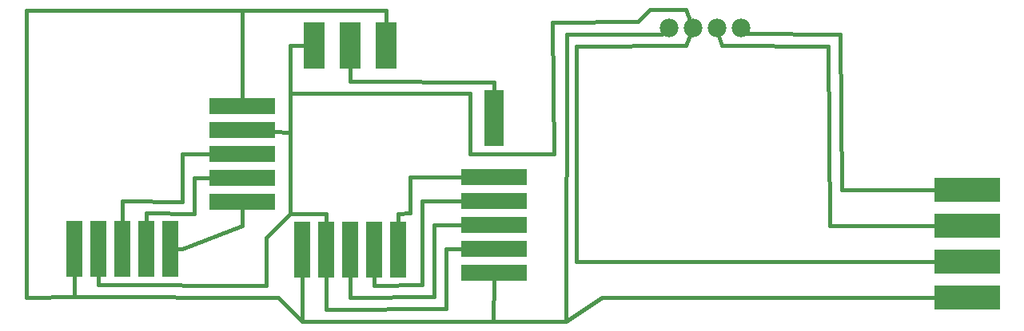
<source format=gbl>
G04 MADE WITH FRITZING*
G04 WWW.FRITZING.ORG*
G04 DOUBLE SIDED*
G04 HOLES PLATED*
G04 CONTOUR ON CENTER OF CONTOUR VECTOR*
%ASAXBY*%
%FSLAX23Y23*%
%MOIN*%
%OFA0B0*%
%SFA1.0B1.0*%
%ADD10C,0.078000*%
%ADD11R,0.078740X0.236220*%
%ADD12R,0.086614X0.196850*%
%ADD13R,0.275590X0.070866*%
%ADD14R,0.070866X0.236220*%
%ADD15R,0.275590X0.103659*%
%ADD16C,0.016000*%
%LNCOPPER0*%
G90*
G70*
G54D10*
X3699Y5657D03*
X3599Y5657D03*
X3499Y5657D03*
X3399Y5657D03*
G54D11*
X2670Y5281D03*
G54D12*
X2219Y5583D03*
X2069Y5583D03*
X1919Y5583D03*
G54D13*
X2669Y4733D03*
X1620Y5031D03*
G54D14*
X2170Y4731D03*
X2270Y4731D03*
X1870Y4731D03*
X2070Y4731D03*
X1970Y4731D03*
X919Y4733D03*
X1019Y4733D03*
X1119Y4733D03*
X1219Y4733D03*
X1319Y4733D03*
G54D13*
X2669Y4633D03*
X1620Y4931D03*
X2669Y4833D03*
X1620Y5131D03*
X2669Y4933D03*
X1620Y5231D03*
X2669Y5033D03*
X1620Y5331D03*
G54D15*
X4642Y4531D03*
X4642Y4681D03*
X4642Y4831D03*
X4642Y4981D03*
G54D16*
X919Y4533D02*
X919Y4621D01*
D02*
X1369Y4734D02*
X1349Y4733D01*
D02*
X1219Y4883D02*
X1219Y4846D01*
D02*
X2320Y4883D02*
X2320Y5034D01*
D02*
X2270Y4880D02*
X2320Y4883D01*
D02*
X2668Y4432D02*
X2669Y4603D01*
D02*
X2469Y4483D02*
X2469Y4734D01*
D02*
X2469Y4734D02*
X2537Y4733D01*
D02*
X1969Y4480D02*
X2469Y4483D01*
D02*
X1970Y4618D02*
X1969Y4480D01*
D02*
X2420Y4834D02*
X2537Y4833D01*
D02*
X2420Y4533D02*
X2420Y4834D01*
D02*
X2070Y4531D02*
X2420Y4533D01*
D02*
X2070Y4618D02*
X2070Y4531D01*
D02*
X2369Y4934D02*
X2537Y4933D01*
D02*
X2369Y4583D02*
X2369Y4934D01*
D02*
X2169Y4581D02*
X2369Y4583D01*
D02*
X2169Y4618D02*
X2169Y4581D01*
D02*
X2320Y5034D02*
X2537Y5033D01*
D02*
X2270Y4843D02*
X2270Y4880D01*
D02*
X1969Y4880D02*
X1969Y4843D01*
D02*
X1821Y4880D02*
X1969Y4880D01*
D02*
X1819Y5222D02*
X1821Y4880D01*
D02*
X1870Y4432D02*
X1870Y4618D01*
D02*
X3370Y5632D02*
X2972Y5630D01*
D02*
X2972Y5630D02*
X2970Y4432D01*
D02*
X1769Y4531D02*
X919Y4533D01*
D02*
X2668Y4432D02*
X1870Y4432D01*
D02*
X1870Y4432D02*
X1769Y4531D01*
D02*
X2970Y4432D02*
X2668Y4432D01*
D02*
X720Y4531D02*
X720Y5730D01*
D02*
X919Y4533D02*
X720Y4531D01*
D02*
X720Y5730D02*
X1620Y5730D01*
D02*
X3380Y5641D02*
X3370Y5632D01*
D02*
X1620Y5730D02*
X2220Y5732D01*
D02*
X2220Y5732D02*
X2220Y5676D01*
D02*
X1620Y5730D02*
X1620Y5361D01*
D02*
X3119Y4531D02*
X4510Y4531D01*
D02*
X2970Y4432D02*
X3119Y4531D01*
D02*
X1819Y5222D02*
X1752Y5225D01*
D02*
X1819Y5383D02*
X1819Y5222D01*
D02*
X1820Y5583D02*
X1819Y5383D01*
D02*
X1882Y5583D02*
X1820Y5583D01*
D02*
X3269Y5683D02*
X3319Y5733D01*
D02*
X3319Y5733D02*
X3469Y5733D01*
D02*
X3469Y5733D02*
X3490Y5680D01*
D02*
X2914Y5681D02*
X3269Y5683D01*
D02*
X2919Y5130D02*
X2914Y5681D01*
D02*
X2569Y5131D02*
X2919Y5130D01*
D02*
X2569Y5383D02*
X2569Y5131D01*
D02*
X1819Y5383D02*
X2569Y5383D01*
D02*
X1721Y4780D02*
X1821Y4880D01*
D02*
X1721Y4580D02*
X1721Y4780D01*
D02*
X1019Y4583D02*
X1721Y4580D01*
D02*
X1019Y4621D02*
X1019Y4583D01*
D02*
X1119Y4846D02*
X1119Y4934D01*
D02*
X1370Y4931D02*
X1371Y5131D01*
D02*
X1119Y4934D02*
X1370Y4931D01*
D02*
X1371Y5131D02*
X1488Y5131D01*
D02*
X1420Y5030D02*
X1488Y5030D01*
D02*
X1420Y4881D02*
X1420Y5030D01*
D02*
X1219Y4883D02*
X1420Y4881D01*
D02*
X1620Y4831D02*
X1620Y4901D01*
D02*
X1369Y4734D02*
X1620Y4831D01*
D02*
X2671Y5431D02*
X2671Y5393D01*
D02*
X2069Y5434D02*
X2671Y5431D01*
D02*
X2069Y5490D02*
X2069Y5434D01*
D02*
X3014Y4681D02*
X4510Y4681D01*
D02*
X3013Y5580D02*
X3014Y4681D01*
D02*
X3469Y5583D02*
X3013Y5580D01*
D02*
X3489Y5634D02*
X3469Y5583D01*
D02*
X4071Y4832D02*
X4510Y4831D01*
D02*
X4064Y5581D02*
X4071Y4832D01*
D02*
X3619Y5583D02*
X4064Y5581D01*
D02*
X3605Y5633D02*
X3619Y5583D01*
D02*
X4120Y4980D02*
X4510Y4981D01*
D02*
X4114Y5631D02*
X4120Y4980D01*
D02*
X3719Y5633D02*
X4114Y5631D01*
D02*
X3715Y5638D02*
X3719Y5633D01*
G04 End of Copper0*
M02*
</source>
